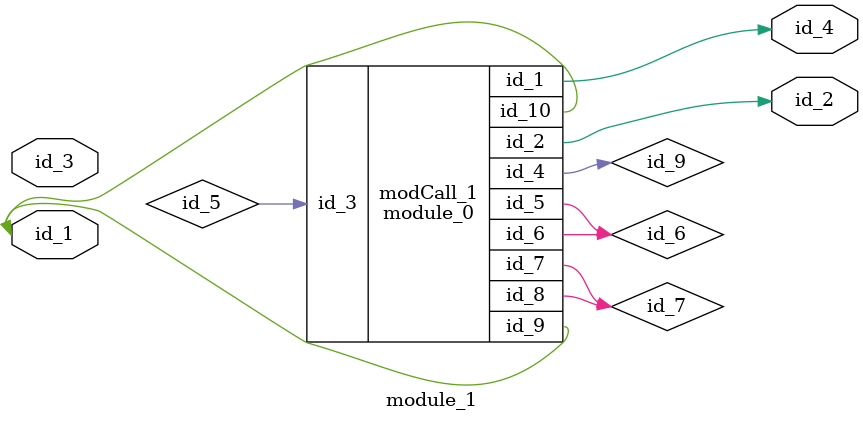
<source format=v>
module module_0 (
    id_1,
    id_2,
    id_3,
    id_4,
    id_5,
    id_6,
    id_7,
    id_8,
    id_9,
    id_10
);
  inout wire id_10;
  inout wire id_9;
  inout wire id_8;
  output wire id_7;
  inout wire id_6;
  inout wire id_5;
  output wire id_4;
  input wire id_3;
  output wire id_2;
  output wire id_1;
  wire id_11 = id_8;
endmodule
module module_1 (
    id_1,
    id_2,
    id_3,
    id_4
);
  output wire id_4;
  input wire id_3;
  output wire id_2;
  inout wire id_1;
  wire id_5, id_6, id_7, id_8;
  wire [1 : 1] id_9;
  module_0 modCall_1 (
      id_4,
      id_2,
      id_5,
      id_9,
      id_6,
      id_6,
      id_7,
      id_7,
      id_1,
      id_1
  );
endmodule

</source>
